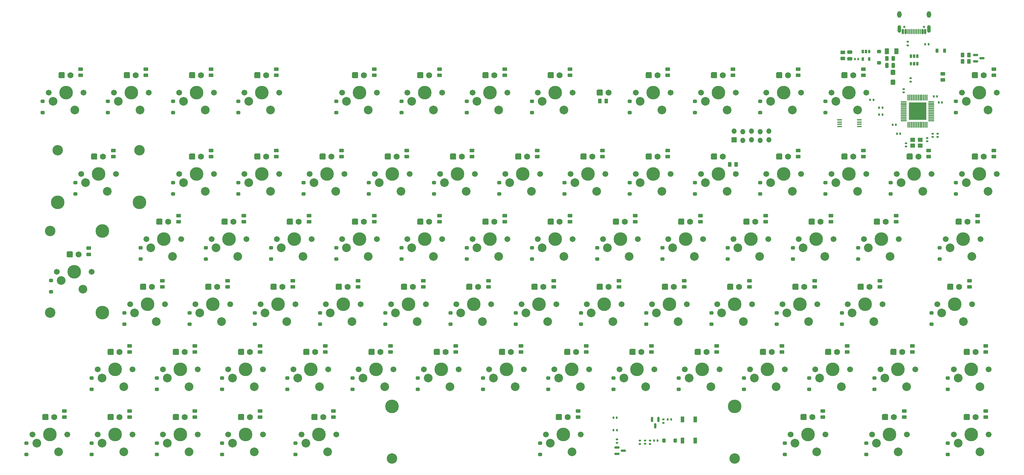
<source format=gbr>
%TF.GenerationSoftware,KiCad,Pcbnew,(6.0.2)*%
%TF.CreationDate,2022-03-05T21:23:45-03:00*%
%TF.ProjectId,BareDevRev2,42617265-4465-4765-9265-76322e6b6963,V1.1.0*%
%TF.SameCoordinates,Original*%
%TF.FileFunction,Soldermask,Top*%
%TF.FilePolarity,Negative*%
%FSLAX46Y46*%
G04 Gerber Fmt 4.6, Leading zero omitted, Abs format (unit mm)*
G04 Created by KiCad (PCBNEW (6.0.2)) date 2022-03-05 21:23:45*
%MOMM*%
%LPD*%
G01*
G04 APERTURE LIST*
G04 Aperture macros list*
%AMRoundRect*
0 Rectangle with rounded corners*
0 $1 Rounding radius*
0 $2 $3 $4 $5 $6 $7 $8 $9 X,Y pos of 4 corners*
0 Add a 4 corners polygon primitive as box body*
4,1,4,$2,$3,$4,$5,$6,$7,$8,$9,$2,$3,0*
0 Add four circle primitives for the rounded corners*
1,1,$1+$1,$2,$3*
1,1,$1+$1,$4,$5*
1,1,$1+$1,$6,$7*
1,1,$1+$1,$8,$9*
0 Add four rect primitives between the rounded corners*
20,1,$1+$1,$2,$3,$4,$5,0*
20,1,$1+$1,$4,$5,$6,$7,0*
20,1,$1+$1,$6,$7,$8,$9,0*
20,1,$1+$1,$8,$9,$2,$3,0*%
G04 Aperture macros list end*
%ADD10C,0.120000*%
%ADD11RoundRect,0.250000X0.350000X-0.250000X0.350000X0.250000X-0.350000X0.250000X-0.350000X-0.250000X0*%
%ADD12C,1.701800*%
%ADD13C,3.987800*%
%ADD14C,2.540000*%
%ADD15RoundRect,0.200000X-0.537500X0.000000X0.537500X0.000000X0.537500X0.000000X-0.537500X0.000000X0*%
%ADD16R,1.475000X0.400000*%
%ADD17C,1.778000*%
%ADD18RoundRect,0.177800X0.711200X0.711200X-0.711200X0.711200X-0.711200X-0.711200X0.711200X-0.711200X0*%
%ADD19RoundRect,0.250000X-0.450000X0.262500X-0.450000X-0.262500X0.450000X-0.262500X0.450000X0.262500X0*%
%ADD20RoundRect,0.135000X0.185000X-0.135000X0.185000X0.135000X-0.185000X0.135000X-0.185000X-0.135000X0*%
%ADD21RoundRect,0.140000X-0.170000X0.140000X-0.170000X-0.140000X0.170000X-0.140000X0.170000X0.140000X0*%
%ADD22C,3.048000*%
%ADD23RoundRect,0.250000X-0.262500X-0.450000X0.262500X-0.450000X0.262500X0.450000X-0.262500X0.450000X0*%
%ADD24RoundRect,0.140000X0.140000X0.170000X-0.140000X0.170000X-0.140000X-0.170000X0.140000X-0.170000X0*%
%ADD25RoundRect,0.150000X-0.150000X0.587500X-0.150000X-0.587500X0.150000X-0.587500X0.150000X0.587500X0*%
%ADD26RoundRect,0.150000X0.000000X-0.750000X0.000000X0.750000X0.000000X0.750000X0.000000X-0.750000X0*%
%ADD27R,0.300000X1.800000*%
%ADD28R,1.800000X0.300000*%
%ADD29C,0.600000*%
%ADD30R,5.200000X5.200000*%
%ADD31R,1.100000X1.800000*%
%ADD32RoundRect,0.250000X-0.250000X-0.350000X0.250000X-0.350000X0.250000X0.350000X-0.250000X0.350000X0*%
%ADD33RoundRect,0.135000X-0.135000X-0.185000X0.135000X-0.185000X0.135000X0.185000X-0.135000X0.185000X0*%
%ADD34RoundRect,0.135000X-0.185000X0.135000X-0.185000X-0.135000X0.185000X-0.135000X0.185000X0.135000X0*%
%ADD35RoundRect,0.250000X0.262500X0.450000X-0.262500X0.450000X-0.262500X-0.450000X0.262500X-0.450000X0*%
%ADD36RoundRect,0.250000X0.475000X-0.250000X0.475000X0.250000X-0.475000X0.250000X-0.475000X-0.250000X0*%
%ADD37R,1.524000X1.524000*%
%ADD38O,1.524000X1.524000*%
%ADD39RoundRect,0.325000X0.000000X-0.205000X0.000000X0.205000X0.000000X0.205000X0.000000X-0.205000X0*%
%ADD40R,0.650000X1.060000*%
%ADD41RoundRect,0.135000X0.135000X0.185000X-0.135000X0.185000X-0.135000X-0.185000X0.135000X-0.185000X0*%
%ADD42RoundRect,0.150000X-0.587500X-0.150000X0.587500X-0.150000X0.587500X0.150000X-0.587500X0.150000X0*%
%ADD43RoundRect,0.250000X0.425000X-0.537500X0.425000X0.537500X-0.425000X0.537500X-0.425000X-0.537500X0*%
%ADD44RoundRect,0.325000X0.000000X0.205000X0.000000X-0.205000X0.000000X-0.205000X0.000000X0.205000X0*%
%ADD45RoundRect,0.250000X0.450000X-0.262500X0.450000X0.262500X-0.450000X0.262500X-0.450000X-0.262500X0*%
%ADD46RoundRect,0.218750X0.218750X0.381250X-0.218750X0.381250X-0.218750X-0.381250X0.218750X-0.381250X0*%
%ADD47C,0.650000*%
%ADD48RoundRect,0.150000X0.150000X0.575000X-0.150000X0.575000X-0.150000X-0.575000X0.150000X-0.575000X0*%
%ADD49RoundRect,0.075000X0.075000X0.650000X-0.075000X0.650000X-0.075000X-0.650000X0.075000X-0.650000X0*%
%ADD50O,1.100000X2.200000*%
%ADD51O,1.300000X1.900000*%
%ADD52R,1.400000X1.200000*%
%ADD53RoundRect,0.250000X-0.250000X-0.475000X0.250000X-0.475000X0.250000X0.475000X-0.250000X0.475000X0*%
%ADD54RoundRect,0.250000X-0.350000X0.250000X-0.350000X-0.250000X0.350000X-0.250000X0.350000X0.250000X0*%
%ADD55RoundRect,0.250000X-0.375000X-0.625000X0.375000X-0.625000X0.375000X0.625000X-0.375000X0.625000X0*%
%ADD56RoundRect,0.140000X-0.140000X-0.170000X0.140000X-0.170000X0.140000X0.170000X-0.140000X0.170000X0*%
G04 APERTURE END LIST*
D10*
%TO.C,K_106*%
X183371512Y-52065000D02*
G75*
G03*
X183371512Y-52065000I-508000J0D01*
G01*
%TO.C,K_156*%
X283384012Y-133027500D02*
G75*
G03*
X283384012Y-133027500I-508000J0D01*
G01*
%TO.C,K_110*%
X97646512Y-52065000D02*
G75*
G03*
X97646512Y-52065000I-508000J0D01*
G01*
%TO.C,K_102*%
X269096512Y-52065000D02*
G75*
G03*
X269096512Y-52065000I-508000J0D01*
G01*
%TO.C,K_154*%
X64309012Y-113977500D02*
G75*
G03*
X64309012Y-113977500I-508000J0D01*
G01*
%TO.C,K_144*%
X254809012Y-113977500D02*
G75*
G03*
X254809012Y-113977500I-508000J0D01*
G01*
%TO.C,K_149*%
X159559012Y-113977500D02*
G75*
G03*
X159559012Y-113977500I-508000J0D01*
G01*
%TO.C,K_147*%
X197659012Y-113977500D02*
G75*
G03*
X197659012Y-113977500I-508000J0D01*
G01*
%TO.C,K_150*%
X140509012Y-113977500D02*
G75*
G03*
X140509012Y-113977500I-508000J0D01*
G01*
%TO.C,K_115*%
X288146512Y-75877500D02*
G75*
G03*
X288146512Y-75877500I-508000J0D01*
G01*
%TO.C,K_117*%
X250046512Y-75877500D02*
G75*
G03*
X250046512Y-75877500I-508000J0D01*
G01*
%TO.C,K_112*%
X59546512Y-52065000D02*
G75*
G03*
X59546512Y-52065000I-508000J0D01*
G01*
%TO.C,K_177*%
X35734012Y-152077500D02*
G75*
G03*
X35734012Y-152077500I-508000J0D01*
G01*
%TO.C,K_125*%
X97646512Y-75877500D02*
G75*
G03*
X97646512Y-75877500I-508000J0D01*
G01*
%TO.C,K_116*%
X269096512Y-75877500D02*
G75*
G03*
X269096512Y-75877500I-508000J0D01*
G01*
%TO.C,K_160*%
X207184012Y-133027500D02*
G75*
G03*
X207184012Y-133027500I-508000J0D01*
G01*
%TO.C,K_138*%
X107171512Y-94927500D02*
G75*
G03*
X107171512Y-94927500I-508000J0D01*
G01*
%TO.C,K_152*%
X102409012Y-113977500D02*
G75*
G03*
X102409012Y-113977500I-508000J0D01*
G01*
%TO.C,K_168*%
X54784012Y-133027500D02*
G75*
G03*
X54784012Y-133027500I-508000J0D01*
G01*
%TO.C,K_158*%
X245284012Y-133027500D02*
G75*
G03*
X245284012Y-133027500I-508000J0D01*
G01*
%TO.C,K_161*%
X188134012Y-133027500D02*
G75*
G03*
X188134012Y-133027500I-508000J0D01*
G01*
%TO.C,K_137*%
X126221512Y-94927500D02*
G75*
G03*
X126221512Y-94927500I-508000J0D01*
G01*
%TO.C,K_175*%
X73834012Y-152077500D02*
G75*
G03*
X73834012Y-152077500I-508000J0D01*
G01*
%TO.C,K_126*%
X78596512Y-75877500D02*
G75*
G03*
X78596512Y-75877500I-508000J0D01*
G01*
%TO.C,K_142*%
X306402762Y-116517500D02*
G75*
G03*
X306402762Y-116517500I-508000J0D01*
G01*
%TO.C,K_143*%
X273859012Y-113977500D02*
G75*
G03*
X273859012Y-113977500I-508000J0D01*
G01*
%TO.C,K_101*%
X307196512Y-52065000D02*
G75*
G03*
X307196512Y-52065000I-508000J0D01*
G01*
%TO.C,K_130*%
X259571512Y-94927500D02*
G75*
G03*
X259571512Y-94927500I-508000J0D01*
G01*
%TO.C,K_159*%
X226234012Y-133027500D02*
G75*
G03*
X226234012Y-133027500I-508000J0D01*
G01*
%TO.C,K_131*%
X240521512Y-94927500D02*
G75*
G03*
X240521512Y-94927500I-508000J0D01*
G01*
%TO.C,K_135*%
X164321512Y-94927500D02*
G75*
G03*
X164321512Y-94927500I-508000J0D01*
G01*
%TO.C,K_109*%
X126221512Y-52065000D02*
G75*
G03*
X126221512Y-52065000I-508000J0D01*
G01*
%TO.C,K_108*%
X145271512Y-52065000D02*
G75*
G03*
X145271512Y-52065000I-508000J0D01*
G01*
%TO.C,K_132*%
X221471512Y-94927500D02*
G75*
G03*
X221471512Y-94927500I-508000J0D01*
G01*
%TO.C,K_107*%
X164321512Y-52065000D02*
G75*
G03*
X164321512Y-52065000I-508000J0D01*
G01*
%TO.C,K_140*%
X69071512Y-94927500D02*
G75*
G03*
X69071512Y-94927500I-508000J0D01*
G01*
%TO.C,K_123*%
X135746512Y-75877500D02*
G75*
G03*
X135746512Y-75877500I-508000J0D01*
G01*
%TO.C,K_148*%
X178609012Y-113977500D02*
G75*
G03*
X178609012Y-113977500I-508000J0D01*
G01*
%TO.C,K_124*%
X116696512Y-75877500D02*
G75*
G03*
X116696512Y-75877500I-508000J0D01*
G01*
%TO.C,K_166*%
X92884012Y-133027500D02*
G75*
G03*
X92884012Y-133027500I-508000J0D01*
G01*
%TO.C,K_167*%
X73834012Y-133027500D02*
G75*
G03*
X73834012Y-133027500I-508000J0D01*
G01*
%TO.C,K_103*%
X250051512Y-52065000D02*
G75*
G03*
X250051512Y-52065000I-508000J0D01*
G01*
%TO.C,K_129*%
X278621512Y-94927500D02*
G75*
G03*
X278621512Y-94927500I-508000J0D01*
G01*
%TO.C,K_165*%
X111934012Y-133027500D02*
G75*
G03*
X111934012Y-133027500I-508000J0D01*
G01*
%TO.C,K_151*%
X121459012Y-113977500D02*
G75*
G03*
X121459012Y-113977500I-508000J0D01*
G01*
%TO.C,K_139*%
X88121512Y-94927500D02*
G75*
G03*
X88121512Y-94927500I-508000J0D01*
G01*
%TO.C,K_119*%
X211946512Y-75877500D02*
G75*
G03*
X211946512Y-75877500I-508000J0D01*
G01*
%TO.C,K_114*%
X307196512Y-75877500D02*
G75*
G03*
X307196512Y-75877500I-508000J0D01*
G01*
%TO.C,K_157*%
X264334012Y-133027500D02*
G75*
G03*
X264334012Y-133027500I-508000J0D01*
G01*
%TO.C,K_113*%
X40496512Y-52065000D02*
G75*
G03*
X40496512Y-52065000I-508000J0D01*
G01*
%TO.C,K_164*%
X130984012Y-133027500D02*
G75*
G03*
X130984012Y-133027500I-508000J0D01*
G01*
%TO.C,K_153*%
X83359012Y-113977500D02*
G75*
G03*
X83359012Y-113977500I-508000J0D01*
G01*
%TO.C,K_118*%
X230996512Y-75877500D02*
G75*
G03*
X230996512Y-75877500I-508000J0D01*
G01*
%TO.C,K_145*%
X235759012Y-113977500D02*
G75*
G03*
X235759012Y-113977500I-508000J0D01*
G01*
%TO.C,K_120*%
X192896512Y-75877500D02*
G75*
G03*
X192896512Y-75877500I-508000J0D01*
G01*
%TO.C,K_121*%
X173846512Y-75877500D02*
G75*
G03*
X173846512Y-75877500I-508000J0D01*
G01*
%TO.C,K_104*%
X230996512Y-52065000D02*
G75*
G03*
X230996512Y-52065000I-508000J0D01*
G01*
%TO.C,K_162*%
X169084012Y-133027500D02*
G75*
G03*
X169084012Y-133027500I-508000J0D01*
G01*
%TO.C,K_146*%
X216709012Y-113977500D02*
G75*
G03*
X216709012Y-113977500I-508000J0D01*
G01*
%TO.C,K_134*%
X183371512Y-94927500D02*
G75*
G03*
X183371512Y-94927500I-508000J0D01*
G01*
%TO.C,K_163*%
X150034012Y-133027500D02*
G75*
G03*
X150034012Y-133027500I-508000J0D01*
G01*
%TO.C,K_136*%
X145271512Y-94927500D02*
G75*
G03*
X145271512Y-94927500I-508000J0D01*
G01*
%TO.C,K_111*%
X78596512Y-52065000D02*
G75*
G03*
X78596512Y-52065000I-508000J0D01*
G01*
%TO.C,K_174*%
X92884012Y-152077500D02*
G75*
G03*
X92884012Y-152077500I-508000J0D01*
G01*
%TO.C,K_133*%
X202421512Y-94927500D02*
G75*
G03*
X202421512Y-94927500I-508000J0D01*
G01*
%TO.C,K_176*%
X54784012Y-152077500D02*
G75*
G03*
X54784012Y-152077500I-508000J0D01*
G01*
%TO.C,K_105*%
X211946512Y-52065000D02*
G75*
G03*
X211946512Y-52065000I-508000J0D01*
G01*
%TO.C,K_122*%
X154796512Y-75877500D02*
G75*
G03*
X154796512Y-75877500I-508000J0D01*
G01*
%TD*%
D11*
%TO.C,D_162*%
X165576012Y-136327500D03*
X165576012Y-133027500D03*
%TD*%
D12*
%TO.C,K_106*%
X191753512Y-49525000D03*
X181593512Y-49525000D03*
D13*
X186673512Y-49525000D03*
D14*
X189213512Y-54605000D03*
X182863512Y-52065000D03*
%TD*%
D15*
%TO.C,U1*%
X269731947Y-57456502D03*
D16*
X269731947Y-58106502D03*
X269731947Y-58756502D03*
X269731947Y-59406502D03*
X275456947Y-59406502D03*
X275456947Y-58756502D03*
X275456947Y-58106502D03*
X275456947Y-57456502D03*
%TD*%
D12*
%TO.C,K_156*%
X281606012Y-130487500D03*
D13*
X286686012Y-130487500D03*
D12*
X291766012Y-130487500D03*
D14*
X289226012Y-135567500D03*
X282876012Y-133027500D03*
%TD*%
D11*
%TO.C,D_148*%
X175101012Y-117277500D03*
X175101012Y-113977500D03*
%TD*%
D13*
%TO.C,K_110*%
X100948512Y-49525000D03*
D12*
X106028512Y-49525000D03*
X95868512Y-49525000D03*
D14*
X103488512Y-54605000D03*
X97138512Y-52065000D03*
%TD*%
D11*
%TO.C,D_130*%
X256063512Y-98227500D03*
X256063512Y-94927500D03*
%TD*%
D12*
%TO.C,K_102*%
X277478512Y-49525000D03*
D13*
X272398512Y-49525000D03*
D12*
X267318512Y-49525000D03*
D14*
X274938512Y-54605000D03*
X268588512Y-52065000D03*
%TD*%
D17*
%TO.C,LED139*%
X92693512Y-87307500D03*
D18*
X90153512Y-87307500D03*
%TD*%
D12*
%TO.C,K_154*%
X72691012Y-111437500D03*
X62531012Y-111437500D03*
D13*
X67611012Y-111437500D03*
D14*
X70151012Y-116517500D03*
X63801012Y-113977500D03*
%TD*%
D13*
%TO.C,K_144*%
X258111012Y-111437500D03*
D12*
X263191012Y-111437500D03*
X253031012Y-111437500D03*
D14*
X260651012Y-116517500D03*
X254301012Y-113977500D03*
%TD*%
D17*
%TO.C,LED127*%
X54593512Y-68257500D03*
D18*
X52053512Y-68257500D03*
%TD*%
D13*
%TO.C,K_149*%
X162861012Y-111437500D03*
D12*
X167941012Y-111437500D03*
X157781012Y-111437500D03*
D14*
X165401012Y-116517500D03*
X159051012Y-113977500D03*
%TD*%
D17*
%TO.C,LED114*%
X311768512Y-68257500D03*
D18*
X309228512Y-68257500D03*
%TD*%
D17*
%TO.C,LED152*%
X106981012Y-106357500D03*
D18*
X104441012Y-106357500D03*
%TD*%
D19*
%TO.C,R148*%
X186181012Y-104533000D03*
X186181012Y-106358000D03*
%TD*%
D17*
%TO.C,LED154*%
X68881012Y-106357500D03*
D18*
X66341012Y-106357500D03*
%TD*%
D20*
%TO.C,R303*%
X211401862Y-152283208D03*
X211401862Y-151263208D03*
%TD*%
D17*
%TO.C,LED126*%
X83168512Y-68257500D03*
D18*
X80628512Y-68257500D03*
%TD*%
D12*
%TO.C,K_155*%
X303037262Y-130487500D03*
D13*
X308117262Y-130487500D03*
D12*
X313197262Y-130487500D03*
D14*
X310657262Y-135567500D03*
X304307262Y-133027500D03*
%TD*%
D12*
%TO.C,K_147*%
X195881012Y-111437500D03*
X206041012Y-111437500D03*
D13*
X200961012Y-111437500D03*
D14*
X203501012Y-116517500D03*
X197151012Y-113977500D03*
%TD*%
D12*
%TO.C,K_150*%
X138731012Y-111437500D03*
X148891012Y-111437500D03*
D13*
X143811012Y-111437500D03*
D14*
X146351012Y-116517500D03*
X140001012Y-113977500D03*
%TD*%
D19*
%TO.C,R165*%
X119506012Y-123583000D03*
X119506012Y-125408000D03*
%TD*%
%TO.C,R108*%
X152843512Y-42620500D03*
X152843512Y-44445500D03*
%TD*%
D21*
%TO.C,C9*%
X289048512Y-64306116D03*
X289048512Y-65266116D03*
%TD*%
D19*
%TO.C,R166*%
X100456012Y-123583000D03*
X100456012Y-125408000D03*
%TD*%
D17*
%TO.C,LED156*%
X287956012Y-125407500D03*
D18*
X285416012Y-125407500D03*
%TD*%
D11*
%TO.C,D_171*%
X253682262Y-155377500D03*
X253682262Y-152077500D03*
%TD*%
D13*
%TO.C,K_115*%
X291448512Y-73337500D03*
D12*
X286368512Y-73337500D03*
X296528512Y-73337500D03*
D14*
X293988512Y-78417500D03*
X287638512Y-75877500D03*
%TD*%
D12*
%TO.C,K_117*%
X258428512Y-73337500D03*
D13*
X253348512Y-73337500D03*
D12*
X248268512Y-73337500D03*
D14*
X255888512Y-78417500D03*
X249538512Y-75877500D03*
%TD*%
D19*
%TO.C,R107*%
X171893512Y-42620500D03*
X171893512Y-44445500D03*
%TD*%
%TO.C,R110*%
X105218512Y-42620500D03*
X105218512Y-44445500D03*
%TD*%
D11*
%TO.C,D_114*%
X303688512Y-79177500D03*
X303688512Y-75877500D03*
%TD*%
D17*
%TO.C,LED117*%
X254618512Y-68257500D03*
D18*
X252078512Y-68257500D03*
%TD*%
D17*
%TO.C,LED150*%
X145081012Y-106357500D03*
D18*
X142541012Y-106357500D03*
%TD*%
D12*
%TO.C,K_173*%
X122697262Y-149537500D03*
D13*
X117617262Y-149537500D03*
D12*
X112537262Y-149537500D03*
D14*
X120157262Y-154617500D03*
X113807262Y-152077500D03*
%TD*%
D12*
%TO.C,K_127*%
X58403512Y-73337500D03*
D13*
X65261512Y-81592500D03*
X53323512Y-73337500D03*
D12*
X48243512Y-73337500D03*
D13*
X41385512Y-81592500D03*
D22*
X41385512Y-66352500D03*
X65261512Y-66352500D03*
D14*
X55863512Y-78417500D03*
X49513512Y-75877500D03*
%TD*%
D11*
%TO.C,D_116*%
X265588512Y-79177500D03*
X265588512Y-75877500D03*
%TD*%
D23*
%TO.C,R7*%
X199691012Y-51992200D03*
X201516012Y-51992200D03*
%TD*%
D19*
%TO.C,R157*%
X271906012Y-123583000D03*
X271906012Y-125408000D03*
%TD*%
D24*
%TO.C,C11*%
X299578540Y-52386117D03*
X298618540Y-52386117D03*
%TD*%
D12*
%TO.C,K_112*%
X57768512Y-49525000D03*
D13*
X62848512Y-49525000D03*
D12*
X67928512Y-49525000D03*
D14*
X65388512Y-54605000D03*
X59038512Y-52065000D03*
%TD*%
D17*
%TO.C,LED155*%
X309387262Y-125407500D03*
D18*
X306847262Y-125407500D03*
%TD*%
D17*
%TO.C,LED118*%
X235568512Y-68257500D03*
D18*
X233028512Y-68257500D03*
%TD*%
D11*
%TO.C,D_177*%
X32226012Y-155377500D03*
X32226012Y-152077500D03*
%TD*%
D24*
%TO.C,C1*%
X279578540Y-51586117D03*
X278618540Y-51586117D03*
%TD*%
D19*
%TO.C,R126*%
X86168512Y-66433000D03*
X86168512Y-68258000D03*
%TD*%
D17*
%TO.C,LED122*%
X159368512Y-68257500D03*
D18*
X156828512Y-68257500D03*
%TD*%
D17*
%TO.C,LED104*%
X235568512Y-44445000D03*
D18*
X233028512Y-44445000D03*
%TD*%
D17*
%TO.C,LED167*%
X78406012Y-125407500D03*
D18*
X75866012Y-125407500D03*
%TD*%
D20*
%TO.C,R307*%
X218249376Y-146113208D03*
X218249376Y-145093208D03*
%TD*%
D11*
%TO.C,D_142*%
X296544762Y-117277500D03*
X296544762Y-113977500D03*
%TD*%
D25*
%TO.C,Q302*%
X216815896Y-145093208D03*
X214915896Y-145093208D03*
X215865896Y-146968208D03*
%TD*%
D17*
%TO.C,LED115*%
X292718512Y-68257500D03*
D18*
X290178512Y-68257500D03*
%TD*%
D26*
%TO.C,U2*%
X289698512Y-58936116D03*
D27*
X290198512Y-58936116D03*
X290698512Y-58936116D03*
X291198512Y-58936116D03*
X291698512Y-58936116D03*
X292198512Y-58936116D03*
X292698512Y-58936116D03*
X293198512Y-58936116D03*
X293698512Y-58936116D03*
X294198512Y-58936116D03*
X294698512Y-58936116D03*
X295198512Y-58936116D03*
D28*
X296448512Y-57686116D03*
X296448512Y-57186116D03*
X296448512Y-56686116D03*
X296448512Y-56186116D03*
X296448512Y-55686116D03*
X296448512Y-55186116D03*
X296448512Y-54686116D03*
X296448512Y-54186116D03*
X296448512Y-53686116D03*
X296448512Y-53186116D03*
X296448512Y-52686116D03*
X296448512Y-52186116D03*
D27*
X295198512Y-50936116D03*
X294698512Y-50936116D03*
X294198512Y-50936116D03*
X293698512Y-50936116D03*
X293198512Y-50936116D03*
X292698512Y-50936116D03*
X292198512Y-50936116D03*
X291698512Y-50936116D03*
X291198512Y-50936116D03*
X290698512Y-50936116D03*
X290198512Y-50936116D03*
X289698512Y-50936116D03*
D28*
X288448512Y-52186116D03*
X288448512Y-52686116D03*
X288448512Y-53186116D03*
X288448512Y-53686116D03*
X288448512Y-54186116D03*
X288448512Y-54686116D03*
X288448512Y-55186116D03*
X288448512Y-55686116D03*
X288448512Y-56186116D03*
X288448512Y-56686116D03*
X288448512Y-57186116D03*
D29*
X293448512Y-52936116D03*
X293448512Y-56936116D03*
X293448512Y-55936116D03*
X294448512Y-54936116D03*
X290448512Y-54936116D03*
X290448512Y-56936116D03*
X291448512Y-54936116D03*
X290448512Y-52936116D03*
X294448512Y-55936116D03*
X291448512Y-56936116D03*
X291448512Y-52936116D03*
X291448512Y-55936116D03*
X290448512Y-53936116D03*
X291448512Y-53936116D03*
X292448512Y-53936116D03*
X292448512Y-52936116D03*
X293448512Y-53936116D03*
X294448512Y-56936116D03*
X294448512Y-52936116D03*
X293448512Y-54936116D03*
X292448512Y-54936116D03*
X292448512Y-56936116D03*
X290448512Y-55936116D03*
X292448512Y-55936116D03*
X294448512Y-53936116D03*
D28*
X288448512Y-57686116D03*
D30*
X292448512Y-54936116D03*
%TD*%
D19*
%TO.C,R109*%
X133793512Y-42620500D03*
X133793512Y-44445500D03*
%TD*%
D11*
%TO.C,D_118*%
X227488512Y-79177500D03*
X227488512Y-75877500D03*
%TD*%
D21*
%TO.C,C301*%
X212908809Y-151293208D03*
X212908809Y-152253208D03*
%TD*%
D31*
%TO.C,SW301*%
X227508497Y-145093208D03*
X227508497Y-151293208D03*
X223808497Y-151293208D03*
X223808497Y-145093208D03*
%TD*%
D19*
%TO.C,R103*%
X257623512Y-42620500D03*
X257623512Y-44445500D03*
%TD*%
D17*
%TO.C,LED166*%
X97456012Y-125407500D03*
D18*
X94916012Y-125407500D03*
%TD*%
D12*
%TO.C,K_177*%
X33956012Y-149537500D03*
X44116012Y-149537500D03*
D13*
X39036012Y-149537500D03*
D14*
X41576012Y-154617500D03*
X35226012Y-152077500D03*
%TD*%
D17*
%TO.C,LED148*%
X183181012Y-106357500D03*
D18*
X180641012Y-106357500D03*
%TD*%
D32*
%TO.C,D301*%
X218363968Y-151293208D03*
X221663968Y-151293208D03*
%TD*%
D19*
%TO.C,R101*%
X314767882Y-42620440D03*
X314767882Y-44445440D03*
%TD*%
D17*
%TO.C,LED138*%
X111743512Y-87307500D03*
D18*
X109203512Y-87307500D03*
%TD*%
D19*
%TO.C,R177*%
X43306012Y-142633000D03*
X43306012Y-144458000D03*
%TD*%
D11*
%TO.C,D_123*%
X132238512Y-79177500D03*
X132238512Y-75877500D03*
%TD*%
D17*
%TO.C,LED162*%
X173656012Y-125407500D03*
D18*
X171116012Y-125407500D03*
%TD*%
D17*
%TO.C,LED106*%
X187943512Y-44445000D03*
D18*
X185403512Y-44445000D03*
%TD*%
D17*
%TO.C,LED163*%
X154606012Y-125407500D03*
D18*
X152066012Y-125407500D03*
%TD*%
D17*
%TO.C,LED105*%
X216518512Y-44445000D03*
D18*
X213978512Y-44445000D03*
%TD*%
D11*
%TO.C,D_176*%
X51276012Y-155377500D03*
X51276012Y-152077500D03*
%TD*%
D33*
%TO.C,R301*%
X215529789Y-151293208D03*
X216549789Y-151293208D03*
%TD*%
D19*
%TO.C,R129*%
X286193512Y-85483000D03*
X286193512Y-87308000D03*
%TD*%
D11*
%TO.C,D_121*%
X170338512Y-79177500D03*
X170338512Y-75877500D03*
%TD*%
D13*
%TO.C,K_125*%
X100948512Y-73337500D03*
D12*
X106028512Y-73337500D03*
X95868512Y-73337500D03*
D14*
X103488512Y-78417500D03*
X97138512Y-75877500D03*
%TD*%
D19*
%TO.C,R143*%
X281431012Y-104533000D03*
X281431012Y-106358000D03*
%TD*%
D34*
%TO.C,R304*%
X204647665Y-150920578D03*
X204647665Y-151940578D03*
%TD*%
D35*
%TO.C,R118*%
X239465015Y-70549248D03*
X237640015Y-70549248D03*
%TD*%
D17*
%TO.C,LED158*%
X249856012Y-125407500D03*
D18*
X247316012Y-125407500D03*
%TD*%
D12*
%TO.C,K_116*%
X267318512Y-73337500D03*
X277478512Y-73337500D03*
D13*
X272398512Y-73337500D03*
D14*
X274938512Y-78417500D03*
X268588512Y-75877500D03*
%TD*%
D12*
%TO.C,K_160*%
X205406012Y-130487500D03*
X215566012Y-130487500D03*
D13*
X210486012Y-130487500D03*
D14*
X213026012Y-135567500D03*
X206676012Y-133027500D03*
%TD*%
D19*
%TO.C,R164*%
X138556012Y-123583000D03*
X138556012Y-125408000D03*
%TD*%
D17*
%TO.C,LED112*%
X64118512Y-44445000D03*
D18*
X61578512Y-44445000D03*
%TD*%
D17*
%TO.C,LED168*%
X59356012Y-125407500D03*
D18*
X56816012Y-125407500D03*
%TD*%
D17*
%TO.C,LED109*%
X130793512Y-44445000D03*
D18*
X128253512Y-44445000D03*
%TD*%
D11*
%TO.C,D_161*%
X184626012Y-136327500D03*
X184626012Y-133027500D03*
%TD*%
D36*
%TO.C,C202*%
X272665127Y-39565008D03*
X272665127Y-37665008D03*
%TD*%
D13*
%TO.C,K_138*%
X110473512Y-92387500D03*
D12*
X105393512Y-92387500D03*
X115553512Y-92387500D03*
D14*
X113013512Y-97467500D03*
X106663512Y-94927500D03*
%TD*%
D11*
%TO.C,D_117*%
X246538512Y-79177500D03*
X246538512Y-75877500D03*
%TD*%
%TO.C,D_111*%
X75088512Y-55365000D03*
X75088512Y-52065000D03*
%TD*%
D19*
%TO.C,R128*%
X310006012Y-85483000D03*
X310006012Y-87308000D03*
%TD*%
D11*
%TO.C,D_105*%
X208438512Y-55365000D03*
X208438512Y-52065000D03*
%TD*%
%TO.C,D_160*%
X203676012Y-136327500D03*
X203676012Y-133027500D03*
%TD*%
D23*
%TO.C,R6*%
X305624932Y-40371183D03*
X307449932Y-40371183D03*
%TD*%
D11*
%TO.C,D_154*%
X60801012Y-117277500D03*
X60801012Y-113977500D03*
%TD*%
D17*
%TO.C,LED177*%
X40306012Y-144457500D03*
D18*
X37766012Y-144457500D03*
%TD*%
D19*
%TO.C,R172*%
X193324762Y-142633000D03*
X193324762Y-144458000D03*
%TD*%
%TO.C,R170*%
X288574762Y-142633000D03*
X288574762Y-144458000D03*
%TD*%
D17*
%TO.C,LED147*%
X202231012Y-106357500D03*
D18*
X199691012Y-106357500D03*
%TD*%
D12*
%TO.C,K_152*%
X100631012Y-111437500D03*
D13*
X105711012Y-111437500D03*
D12*
X110791012Y-111437500D03*
D14*
X108251012Y-116517500D03*
X101901012Y-113977500D03*
%TD*%
D19*
%TO.C,R173*%
X121887262Y-142633000D03*
X121887262Y-144458000D03*
%TD*%
D11*
%TO.C,D_147*%
X194151012Y-117277500D03*
X194151012Y-113977500D03*
%TD*%
D17*
%TO.C,LED144*%
X259381012Y-106357500D03*
D18*
X256841012Y-106357500D03*
%TD*%
D11*
%TO.C,D_159*%
X222726012Y-136327500D03*
X222726012Y-133027500D03*
%TD*%
D37*
%TO.C,X1*%
X238917270Y-63348639D03*
D38*
X238917270Y-60808639D03*
X241457270Y-63475639D03*
X241457270Y-60935639D03*
X243997270Y-63348639D03*
X243997270Y-60808639D03*
X246537270Y-63475639D03*
X246537270Y-60935639D03*
X249077270Y-63348639D03*
X249077270Y-60808639D03*
%TD*%
D11*
%TO.C,D_144*%
X251301012Y-117277500D03*
X251301012Y-113977500D03*
%TD*%
D19*
%TO.C,R149*%
X167131012Y-104533000D03*
X167131012Y-106358000D03*
%TD*%
D17*
%TO.C,LED1*%
X202231012Y-49525000D03*
D18*
X199691012Y-49525000D03*
%TD*%
D11*
%TO.C,D_113*%
X36988512Y-55365000D03*
X36988512Y-52065000D03*
%TD*%
D13*
%TO.C,K_168*%
X58086012Y-130487500D03*
D12*
X53006012Y-130487500D03*
X63166012Y-130487500D03*
D14*
X60626012Y-135567500D03*
X54276012Y-133027500D03*
%TD*%
D17*
%TO.C,LED140*%
X73643512Y-87307500D03*
D18*
X71103512Y-87307500D03*
%TD*%
D17*
%TO.C,LED157*%
X268906012Y-125407500D03*
D18*
X266366012Y-125407500D03*
%TD*%
D12*
%TO.C,K_158*%
X253666012Y-130487500D03*
X243506012Y-130487500D03*
D13*
X248586012Y-130487500D03*
D14*
X251126012Y-135567500D03*
X244776012Y-133027500D03*
%TD*%
D11*
%TO.C,D_110*%
X94138512Y-55365000D03*
X94138512Y-52065000D03*
%TD*%
D12*
%TO.C,K_161*%
X196516012Y-130487500D03*
D13*
X191436012Y-130487500D03*
D12*
X186356012Y-130487500D03*
D14*
X193976012Y-135567500D03*
X187626012Y-133027500D03*
%TD*%
D19*
%TO.C,R145*%
X243331012Y-104533000D03*
X243331012Y-106358000D03*
%TD*%
D17*
%TO.C,LED136*%
X149843512Y-87307500D03*
D18*
X147303512Y-87307500D03*
%TD*%
D13*
%TO.C,K_137*%
X129523512Y-92387500D03*
D12*
X124443512Y-92387500D03*
X134603512Y-92387500D03*
D14*
X132063512Y-97467500D03*
X125713512Y-94927500D03*
%TD*%
D11*
%TO.C,D_155*%
X301307262Y-136327500D03*
X301307262Y-133027500D03*
%TD*%
D34*
%TO.C,R402*%
X289625942Y-34649124D03*
X289625942Y-35669124D03*
%TD*%
D12*
%TO.C,K_175*%
X72056012Y-149537500D03*
X82216012Y-149537500D03*
D13*
X77136012Y-149537500D03*
D14*
X79676012Y-154617500D03*
X73326012Y-152077500D03*
%TD*%
D17*
%TO.C,LED171*%
X261762262Y-144457500D03*
D18*
X259222262Y-144457500D03*
%TD*%
D39*
%TO.C,U3*%
X290498512Y-41008119D03*
D40*
X291448512Y-41008119D03*
X292398512Y-41008119D03*
X292398512Y-38808119D03*
X291448512Y-38808119D03*
X290498512Y-38808119D03*
%TD*%
D11*
%TO.C,D_109*%
X122713512Y-55365000D03*
X122713512Y-52065000D03*
%TD*%
D17*
%TO.C,LED142*%
X304624762Y-106357500D03*
D18*
X302084762Y-106357500D03*
%TD*%
D41*
%TO.C,R401*%
X295687099Y-35401633D03*
X294667099Y-35401633D03*
%TD*%
D17*
%TO.C,LED161*%
X192706012Y-125407500D03*
D18*
X190166012Y-125407500D03*
%TD*%
D12*
%TO.C,K_126*%
X86978512Y-73337500D03*
X76818512Y-73337500D03*
D13*
X81898512Y-73337500D03*
D14*
X84438512Y-78417500D03*
X78088512Y-75877500D03*
%TD*%
D12*
%TO.C,K_142*%
X298274762Y-111437500D03*
D13*
X303354762Y-111437500D03*
D12*
X308434762Y-111437500D03*
D14*
X305894762Y-116517500D03*
X299544762Y-113977500D03*
%TD*%
D17*
%TO.C,LED165*%
X116506012Y-125407500D03*
D18*
X113966012Y-125407500D03*
%TD*%
D19*
%TO.C,R131*%
X248093512Y-85483000D03*
X248093512Y-87308000D03*
%TD*%
%TO.C,R135*%
X171893512Y-85483000D03*
X171893512Y-87308000D03*
%TD*%
D11*
%TO.C,D_122*%
X151288512Y-79177500D03*
X151288512Y-75877500D03*
%TD*%
D13*
%TO.C,K_143*%
X277161012Y-111437500D03*
D12*
X282241012Y-111437500D03*
X272081012Y-111437500D03*
D14*
X279701012Y-116517500D03*
X273351012Y-113977500D03*
%TD*%
D17*
%TO.C,LED103*%
X254623512Y-44445000D03*
D18*
X252083512Y-44445000D03*
%TD*%
D17*
%TO.C,LED110*%
X102218512Y-44445000D03*
D18*
X99678512Y-44445000D03*
%TD*%
D12*
%TO.C,K_101*%
X315578512Y-49525000D03*
X305418512Y-49525000D03*
D13*
X310498512Y-49525000D03*
D14*
X313038512Y-54605000D03*
X306688512Y-52065000D03*
%TD*%
D13*
%TO.C,K_130*%
X262873512Y-92387500D03*
D12*
X257793512Y-92387500D03*
X267953512Y-92387500D03*
D14*
X265413512Y-97467500D03*
X259063512Y-94927500D03*
%TD*%
D17*
%TO.C,LED172*%
X190324762Y-144457500D03*
D18*
X187784762Y-144457500D03*
%TD*%
D19*
%TO.C,R124*%
X124268512Y-66433000D03*
X124268512Y-68258000D03*
%TD*%
%TO.C,R175*%
X81406012Y-142633000D03*
X81406012Y-144458000D03*
%TD*%
D11*
%TO.C,D_132*%
X217963512Y-98227500D03*
X217963512Y-94927500D03*
%TD*%
D42*
%TO.C,Q1*%
X309424963Y-38471183D03*
X309424963Y-40371183D03*
X311299963Y-39421183D03*
%TD*%
D11*
%TO.C,D_133*%
X198913512Y-98227500D03*
X198913512Y-94927500D03*
%TD*%
D19*
%TO.C,R147*%
X205231012Y-104533000D03*
X205231012Y-106358000D03*
%TD*%
D13*
%TO.C,K_159*%
X229536012Y-130487500D03*
D12*
X224456012Y-130487500D03*
X234616012Y-130487500D03*
D14*
X232076012Y-135567500D03*
X225726012Y-133027500D03*
%TD*%
D12*
%TO.C,K_131*%
X248903512Y-92387500D03*
X238743512Y-92387500D03*
D13*
X243823512Y-92387500D03*
D14*
X246363512Y-97467500D03*
X240013512Y-94927500D03*
%TD*%
D12*
%TO.C,K_135*%
X172703512Y-92387500D03*
X162543512Y-92387500D03*
D13*
X167623512Y-92387500D03*
D14*
X170163512Y-97467500D03*
X163813512Y-94927500D03*
%TD*%
D24*
%TO.C,C10*%
X298158511Y-50586117D03*
X297198511Y-50586117D03*
%TD*%
D33*
%TO.C,R306*%
X219503968Y-145093208D03*
X220523968Y-145093208D03*
%TD*%
D12*
%TO.C,K_109*%
X124443512Y-49525000D03*
D13*
X129523512Y-49525000D03*
D12*
X134603512Y-49525000D03*
D14*
X132063512Y-54605000D03*
X125713512Y-52065000D03*
%TD*%
D24*
%TO.C,C2*%
X287428512Y-61536116D03*
X286468512Y-61536116D03*
%TD*%
D43*
%TO.C,C5*%
X285248512Y-46473616D03*
X285248512Y-43598616D03*
%TD*%
D19*
%TO.C,R122*%
X162368512Y-66433000D03*
X162368512Y-68258000D03*
%TD*%
D13*
%TO.C,K_108*%
X148573512Y-49525000D03*
D12*
X143493512Y-49525000D03*
X153653512Y-49525000D03*
D14*
X151113512Y-54605000D03*
X144763512Y-52065000D03*
%TD*%
D11*
%TO.C,D_173*%
X110807262Y-155377500D03*
X110807262Y-152077500D03*
%TD*%
%TO.C,D_163*%
X146526012Y-136327500D03*
X146526012Y-133027500D03*
%TD*%
D17*
%TO.C,LED101*%
X311768330Y-44445440D03*
D18*
X309228330Y-44445440D03*
%TD*%
D17*
%TO.C,LED120*%
X197468512Y-68257500D03*
D18*
X194928512Y-68257500D03*
%TD*%
D19*
%TO.C,R176*%
X62356012Y-142633000D03*
X62356012Y-144458000D03*
%TD*%
D23*
%TO.C,R201*%
X283504277Y-39533244D03*
X285329277Y-39533244D03*
%TD*%
D12*
%TO.C,K_132*%
X229853512Y-92387500D03*
D13*
X224773512Y-92387500D03*
D12*
X219693512Y-92387500D03*
D14*
X227313512Y-97467500D03*
X220963512Y-94927500D03*
%TD*%
D17*
%TO.C,LED134*%
X187943512Y-87307500D03*
D18*
X185403512Y-87307500D03*
%TD*%
D44*
%TO.C,U201*%
X278354268Y-37515008D03*
D40*
X277404268Y-37515008D03*
X276454268Y-37515008D03*
X276454268Y-39715008D03*
X278354268Y-39715008D03*
%TD*%
D19*
%TO.C,R119*%
X219518512Y-66433000D03*
X219518512Y-68258000D03*
%TD*%
D45*
%TO.C,R202*%
X270631768Y-39527508D03*
X270631768Y-37702508D03*
%TD*%
D11*
%TO.C,D_115*%
X284638512Y-79177500D03*
X284638512Y-75877500D03*
%TD*%
D17*
%TO.C,LED174*%
X97456012Y-144457500D03*
D18*
X94916012Y-144457500D03*
%TD*%
D46*
%TO.C,FB401*%
X300313969Y-37259910D03*
X298188969Y-37259910D03*
%TD*%
D12*
%TO.C,K_107*%
X162543512Y-49525000D03*
X172703512Y-49525000D03*
D13*
X167623512Y-49525000D03*
D14*
X170163512Y-54605000D03*
X163813512Y-52065000D03*
%TD*%
D19*
%TO.C,R104*%
X238568512Y-42620500D03*
X238568512Y-44445500D03*
%TD*%
D12*
%TO.C,K_171*%
X265572262Y-149537500D03*
D13*
X260492262Y-149537500D03*
D12*
X255412262Y-149537500D03*
D14*
X263032262Y-154617500D03*
X256682262Y-152077500D03*
%TD*%
D11*
%TO.C,D_166*%
X89376012Y-136327500D03*
X89376012Y-133027500D03*
%TD*%
D47*
%TO.C,J401*%
X288558512Y-30316354D03*
X294338512Y-30316354D03*
D48*
X294698512Y-31642354D03*
X293898512Y-31642354D03*
D49*
X292698512Y-31642354D03*
X291702512Y-31642354D03*
X291198512Y-31642354D03*
X290198512Y-31642354D03*
D48*
X288198512Y-31642354D03*
X288998512Y-31642354D03*
D49*
X289698512Y-31642354D03*
X290698512Y-31642354D03*
X292198512Y-31642354D03*
X293198512Y-31642354D03*
D50*
X295748512Y-30867354D03*
D51*
X295748512Y-26667354D03*
X287148512Y-26667354D03*
D50*
X287148512Y-30867354D03*
%TD*%
D19*
%TO.C,R163*%
X157606012Y-123583000D03*
X157606012Y-125408000D03*
%TD*%
D21*
%TO.C,C6*%
X298348512Y-61536116D03*
X298348512Y-62496116D03*
%TD*%
D19*
%TO.C,R174*%
X100456012Y-142633000D03*
X100456012Y-144458000D03*
%TD*%
%TO.C,R127*%
X57593512Y-66433000D03*
X57593512Y-68258000D03*
%TD*%
%TO.C,R111*%
X86168512Y-42620500D03*
X86168512Y-44445500D03*
%TD*%
D17*
%TO.C,LED176*%
X59356012Y-144457500D03*
D18*
X56816012Y-144457500D03*
%TD*%
D13*
%TO.C,K_140*%
X72373512Y-92387500D03*
D12*
X67293512Y-92387500D03*
X77453512Y-92387500D03*
D14*
X74913512Y-97467500D03*
X68563512Y-94927500D03*
%TD*%
D19*
%TO.C,R133*%
X209993512Y-85483000D03*
X209993512Y-87308000D03*
%TD*%
%TO.C,R169*%
X312387262Y-142633000D03*
X312387262Y-144458000D03*
%TD*%
D17*
%TO.C,LED133*%
X206993512Y-87307500D03*
D18*
X204453512Y-87307500D03*
%TD*%
D19*
%TO.C,R154*%
X71881012Y-104533000D03*
X71881012Y-106358000D03*
%TD*%
D35*
%TO.C,R5*%
X307449932Y-38471183D03*
X305624932Y-38471183D03*
%TD*%
D19*
%TO.C,R121*%
X181418512Y-66433000D03*
X181418512Y-68258000D03*
%TD*%
D13*
%TO.C,K_123*%
X139048512Y-73337500D03*
D12*
X133968512Y-73337500D03*
X144128512Y-73337500D03*
D14*
X141588512Y-78417500D03*
X135238512Y-75877500D03*
%TD*%
D11*
%TO.C,D_139*%
X84613512Y-98227500D03*
X84613512Y-94927500D03*
%TD*%
D52*
%TO.C,Y1*%
X293236012Y-63336116D03*
X291036012Y-63336116D03*
X291036012Y-65036116D03*
X293236012Y-65036116D03*
%TD*%
D11*
%TO.C,D_143*%
X270351012Y-117277500D03*
X270351012Y-113977500D03*
%TD*%
%TO.C,D_141*%
X39369762Y-107752500D03*
X39369762Y-104452500D03*
%TD*%
D12*
%TO.C,K_148*%
X186991012Y-111437500D03*
X176831012Y-111437500D03*
D13*
X181911012Y-111437500D03*
D14*
X184451012Y-116517500D03*
X178101012Y-113977500D03*
%TD*%
D11*
%TO.C,D_174*%
X89376012Y-155377500D03*
X89376012Y-152077500D03*
%TD*%
D12*
%TO.C,K_124*%
X125078512Y-73337500D03*
X114918512Y-73337500D03*
D13*
X119998512Y-73337500D03*
D14*
X122538512Y-78417500D03*
X116188512Y-75877500D03*
%TD*%
D17*
%TO.C,LED169*%
X309387262Y-144457500D03*
D18*
X306847262Y-144457500D03*
%TD*%
D19*
%TO.C,R153*%
X90931012Y-104533000D03*
X90931012Y-106358000D03*
%TD*%
%TO.C,R136*%
X152843512Y-85483000D03*
X152843512Y-87308000D03*
%TD*%
D11*
%TO.C,D_112*%
X56038512Y-55365000D03*
X56038512Y-52065000D03*
%TD*%
D12*
%TO.C,K_166*%
X91106012Y-130487500D03*
X101266012Y-130487500D03*
D13*
X96186012Y-130487500D03*
D14*
X98726012Y-135567500D03*
X92376012Y-133027500D03*
%TD*%
D11*
%TO.C,D_151*%
X117951012Y-117277500D03*
X117951012Y-113977500D03*
%TD*%
D19*
%TO.C,R161*%
X195706012Y-123583000D03*
X195706012Y-125408000D03*
%TD*%
%TO.C,R146*%
X224281012Y-104533000D03*
X224281012Y-106358000D03*
%TD*%
D12*
%TO.C,K_167*%
X72056012Y-130487500D03*
X82216012Y-130487500D03*
D13*
X77136012Y-130487500D03*
D14*
X79676012Y-135567500D03*
X73326012Y-133027500D03*
%TD*%
D34*
%TO.C,R302*%
X214307470Y-151293208D03*
X214307470Y-152313208D03*
%TD*%
D12*
%TO.C,K_103*%
X258433512Y-49525000D03*
D13*
X253353512Y-49525000D03*
D12*
X248273512Y-49525000D03*
D14*
X255893512Y-54605000D03*
X249543512Y-52065000D03*
%TD*%
D12*
%TO.C,K_129*%
X276843512Y-92387500D03*
D13*
X281923512Y-92387500D03*
D12*
X287003512Y-92387500D03*
D14*
X284463512Y-97467500D03*
X278113512Y-94927500D03*
%TD*%
D42*
%TO.C,Q301*%
X204647665Y-153306332D03*
X204647665Y-155206332D03*
X206522665Y-154256332D03*
%TD*%
D12*
%TO.C,K_165*%
X120316012Y-130487500D03*
X110156012Y-130487500D03*
D13*
X115236012Y-130487500D03*
D14*
X117776012Y-135567500D03*
X111426012Y-133027500D03*
%TD*%
D17*
%TO.C,LED119*%
X216518512Y-68257500D03*
D18*
X213978512Y-68257500D03*
%TD*%
D19*
%TO.C,R151*%
X129031012Y-104533000D03*
X129031012Y-106358000D03*
%TD*%
%TO.C,R105*%
X219518512Y-42620500D03*
X219518512Y-44445500D03*
%TD*%
D24*
%TO.C,C3*%
X286128512Y-58936116D03*
X285168512Y-58936116D03*
%TD*%
D11*
%TO.C,D_106*%
X179863512Y-55365000D03*
X179863512Y-52065000D03*
%TD*%
D13*
%TO.C,K_151*%
X124761012Y-111437500D03*
D12*
X129841012Y-111437500D03*
X119681012Y-111437500D03*
D14*
X127301012Y-116517500D03*
X120951012Y-113977500D03*
%TD*%
D19*
%TO.C,R112*%
X67118512Y-42620500D03*
X67118512Y-44445500D03*
%TD*%
D17*
%TO.C,LED151*%
X126031012Y-106357500D03*
D18*
X123491012Y-106357500D03*
%TD*%
D17*
%TO.C,LED121*%
X178418512Y-68257500D03*
D18*
X175878512Y-68257500D03*
%TD*%
D11*
%TO.C,D_101*%
X303688512Y-55365000D03*
X303688512Y-52065000D03*
%TD*%
D19*
%TO.C,R158*%
X252856012Y-123583000D03*
X252856012Y-125408000D03*
%TD*%
D11*
%TO.C,D_169*%
X301307262Y-155377500D03*
X301307262Y-152077500D03*
%TD*%
D17*
%TO.C,LED153*%
X87931012Y-106357500D03*
D18*
X85391012Y-106357500D03*
%TD*%
D11*
%TO.C,D_153*%
X79851012Y-117277500D03*
X79851012Y-113977500D03*
%TD*%
D19*
%TO.C,R132*%
X229043512Y-85483000D03*
X229043512Y-87308000D03*
%TD*%
D11*
%TO.C,D_175*%
X70326012Y-155377500D03*
X70326012Y-152077500D03*
%TD*%
D13*
%TO.C,K_139*%
X91423512Y-92387500D03*
D12*
X96503512Y-92387500D03*
X86343512Y-92387500D03*
D14*
X93963512Y-97467500D03*
X87613512Y-94927500D03*
%TD*%
D12*
%TO.C,K_119*%
X210168512Y-73337500D03*
X220328512Y-73337500D03*
D13*
X215248512Y-73337500D03*
D14*
X217788512Y-78417500D03*
X211438512Y-75877500D03*
%TD*%
D19*
%TO.C,R160*%
X214756012Y-123583000D03*
X214756012Y-125408000D03*
%TD*%
%TO.C,R120*%
X200468512Y-66433000D03*
X200468512Y-68258000D03*
%TD*%
D41*
%TO.C,R305*%
X204652774Y-148191314D03*
X203632774Y-148191314D03*
%TD*%
D12*
%TO.C,K_114*%
X315578512Y-73337500D03*
X305418512Y-73337500D03*
D13*
X310498512Y-73337500D03*
D14*
X313038512Y-78417500D03*
X306688512Y-75877500D03*
%TD*%
D12*
%TO.C,K_157*%
X262556012Y-130487500D03*
D13*
X267636012Y-130487500D03*
D12*
X272716012Y-130487500D03*
D14*
X270176012Y-135567500D03*
X263826012Y-133027500D03*
%TD*%
D19*
%TO.C,R171*%
X264762262Y-142633000D03*
X264762262Y-144458000D03*
%TD*%
D53*
%TO.C,C201*%
X283466777Y-41512422D03*
X285366777Y-41512422D03*
%TD*%
D12*
%TO.C,K_113*%
X38718512Y-49525000D03*
D13*
X43798512Y-49525000D03*
D12*
X48878512Y-49525000D03*
D14*
X46338512Y-54605000D03*
X39988512Y-52065000D03*
%TD*%
D19*
%TO.C,R125*%
X105218512Y-66433000D03*
X105218512Y-68258000D03*
%TD*%
D12*
%TO.C,K_169*%
X313197262Y-149537500D03*
D13*
X308117262Y-149537500D03*
D12*
X303037262Y-149537500D03*
D14*
X310657262Y-154617500D03*
X304307262Y-152077500D03*
%TD*%
D11*
%TO.C,D_138*%
X103663512Y-98227500D03*
X103663512Y-94927500D03*
%TD*%
D12*
%TO.C,K_164*%
X139366012Y-130487500D03*
X129206012Y-130487500D03*
D13*
X134286012Y-130487500D03*
D14*
X136826012Y-135567500D03*
X130476012Y-133027500D03*
%TD*%
D21*
%TO.C,C8*%
X295248512Y-62786116D03*
X295248512Y-63746116D03*
%TD*%
D17*
%TO.C,LED123*%
X140318512Y-68257500D03*
D18*
X137778512Y-68257500D03*
%TD*%
D13*
%TO.C,K_153*%
X86661012Y-111437500D03*
D12*
X91741012Y-111437500D03*
X81581012Y-111437500D03*
D14*
X89201012Y-116517500D03*
X82851012Y-113977500D03*
%TD*%
D13*
%TO.C,K_118*%
X234298512Y-73337500D03*
D12*
X229218512Y-73337500D03*
X239378512Y-73337500D03*
D14*
X236838512Y-78417500D03*
X230488512Y-75877500D03*
%TD*%
D13*
%TO.C,K_145*%
X239061012Y-111437500D03*
D12*
X233981012Y-111437500D03*
X244141012Y-111437500D03*
D14*
X241601012Y-116517500D03*
X235251012Y-113977500D03*
%TD*%
D17*
%TO.C,LED149*%
X164131012Y-106357500D03*
D18*
X161591012Y-106357500D03*
%TD*%
D17*
%TO.C,LED128*%
X307006012Y-87307500D03*
D18*
X304466012Y-87307500D03*
%TD*%
D17*
%TO.C,LED129*%
X283193512Y-87307500D03*
D18*
X280653512Y-87307500D03*
%TD*%
D41*
%TO.C,R1*%
X282208540Y-55936116D03*
X281188540Y-55936116D03*
%TD*%
D19*
%TO.C,R116*%
X276668512Y-66433000D03*
X276668512Y-68258000D03*
%TD*%
D11*
%TO.C,D_164*%
X127476012Y-136327500D03*
X127476012Y-133027500D03*
%TD*%
D19*
%TO.C,R141*%
X50449762Y-95008000D03*
X50449762Y-96833000D03*
%TD*%
D12*
%TO.C,K_120*%
X191118512Y-73337500D03*
X201278512Y-73337500D03*
D13*
X196198512Y-73337500D03*
D14*
X198738512Y-78417500D03*
X192388512Y-75877500D03*
%TD*%
D20*
%TO.C,R4*%
X290448513Y-46296118D03*
X290448513Y-45276118D03*
%TD*%
D19*
%TO.C,R142*%
X307624762Y-104533000D03*
X307624762Y-106358000D03*
%TD*%
D17*
%TO.C,LED125*%
X102218512Y-68257500D03*
D18*
X99678512Y-68257500D03*
%TD*%
D19*
%TO.C,R114*%
X314768512Y-66433000D03*
X314768512Y-68258000D03*
%TD*%
%TO.C,R123*%
X143318512Y-66433000D03*
X143318512Y-68258000D03*
%TD*%
%TO.C,R152*%
X109981012Y-104533000D03*
X109981012Y-106358000D03*
%TD*%
D11*
%TO.C,D_157*%
X260826012Y-136327500D03*
X260826012Y-133027500D03*
%TD*%
D17*
%TO.C,LED143*%
X278431012Y-106357500D03*
D18*
X275891012Y-106357500D03*
%TD*%
D11*
%TO.C,D_124*%
X113188512Y-79177500D03*
X113188512Y-75877500D03*
%TD*%
D45*
%TO.C,R308*%
X299864473Y-45800255D03*
X299864473Y-43975255D03*
%TD*%
D11*
%TO.C,D_146*%
X213201012Y-117277500D03*
X213201012Y-113977500D03*
%TD*%
D19*
%TO.C,R137*%
X133793512Y-85483000D03*
X133793512Y-87308000D03*
%TD*%
D13*
%TO.C,K_172*%
X239092762Y-141282500D03*
X189054762Y-149537500D03*
D12*
X194134762Y-149537500D03*
D22*
X239092762Y-156522500D03*
D12*
X183974762Y-149537500D03*
D22*
X139016762Y-156522500D03*
D13*
X139016762Y-141282500D03*
D14*
X191594762Y-154617500D03*
X185244762Y-152077500D03*
%TD*%
D11*
%TO.C,D_165*%
X108426012Y-136327500D03*
X108426012Y-133027500D03*
%TD*%
%TO.C,D_134*%
X179863512Y-98227500D03*
X179863512Y-94927500D03*
%TD*%
%TO.C,D_125*%
X94138512Y-79177500D03*
X94138512Y-75877500D03*
%TD*%
D19*
%TO.C,R156*%
X290956012Y-123583000D03*
X290956012Y-125408000D03*
%TD*%
D11*
%TO.C,D_137*%
X122713512Y-98227500D03*
X122713512Y-94927500D03*
%TD*%
D13*
%TO.C,K_121*%
X177148512Y-73337500D03*
D12*
X172068512Y-73337500D03*
X182228512Y-73337500D03*
D14*
X179688512Y-78417500D03*
X173338512Y-75877500D03*
%TD*%
D19*
%TO.C,R117*%
X257618512Y-66433000D03*
X257618512Y-68258000D03*
%TD*%
D11*
%TO.C,D_120*%
X189388512Y-79177500D03*
X189388512Y-75877500D03*
%TD*%
D12*
%TO.C,K_104*%
X239378512Y-49525000D03*
D13*
X234298512Y-49525000D03*
D12*
X229218512Y-49525000D03*
D14*
X236838512Y-54605000D03*
X230488512Y-52065000D03*
%TD*%
D13*
%TO.C,K_162*%
X172386012Y-130487500D03*
D12*
X177466012Y-130487500D03*
X167306012Y-130487500D03*
D14*
X174926012Y-135567500D03*
X168576012Y-133027500D03*
%TD*%
D12*
%TO.C,K_146*%
X225091012Y-111437500D03*
X214931012Y-111437500D03*
D13*
X220011012Y-111437500D03*
D14*
X222551012Y-116517500D03*
X216201012Y-113977500D03*
%TD*%
D41*
%TO.C,R2*%
X282208540Y-53936116D03*
X281188540Y-53936116D03*
%TD*%
D13*
%TO.C,K_134*%
X186673512Y-92387500D03*
D12*
X191753512Y-92387500D03*
X181593512Y-92387500D03*
D14*
X189213512Y-97467500D03*
X182863512Y-94927500D03*
%TD*%
D11*
%TO.C,D_149*%
X156051012Y-117277500D03*
X156051012Y-113977500D03*
%TD*%
D19*
%TO.C,R139*%
X95693512Y-85483000D03*
X95693512Y-87308000D03*
%TD*%
D17*
%TO.C,LED132*%
X226043512Y-87307500D03*
D18*
X223503512Y-87307500D03*
%TD*%
D19*
%TO.C,R155*%
X312387262Y-123583000D03*
X312387262Y-125408000D03*
%TD*%
D17*
%TO.C,LED111*%
X83168512Y-44445000D03*
D18*
X80628512Y-44445000D03*
%TD*%
D17*
%TO.C,LED102*%
X273668512Y-44445000D03*
D18*
X271128512Y-44445000D03*
%TD*%
D11*
%TO.C,D_131*%
X237013512Y-98227500D03*
X237013512Y-94927500D03*
%TD*%
D17*
%TO.C,LED170*%
X285574762Y-144457500D03*
D18*
X283034762Y-144457500D03*
%TD*%
D19*
%TO.C,R106*%
X190943512Y-42620500D03*
X190943512Y-44445500D03*
%TD*%
D12*
%TO.C,K_163*%
X148256012Y-130487500D03*
X158416012Y-130487500D03*
D13*
X153336012Y-130487500D03*
D14*
X155876012Y-135567500D03*
X149526012Y-133027500D03*
%TD*%
D19*
%TO.C,R159*%
X233806012Y-123583000D03*
X233806012Y-125408000D03*
%TD*%
D11*
%TO.C,D_152*%
X98901012Y-117277500D03*
X98901012Y-113977500D03*
%TD*%
D19*
%TO.C,R115*%
X295718512Y-66433000D03*
X295718512Y-68258000D03*
%TD*%
D17*
%TO.C,LED131*%
X245093512Y-87307500D03*
D18*
X242553512Y-87307500D03*
%TD*%
D19*
%TO.C,R134*%
X190943512Y-85483000D03*
X190943512Y-87308000D03*
%TD*%
%TO.C,R162*%
X176656012Y-123583000D03*
X176656012Y-125408000D03*
%TD*%
D11*
%TO.C,D_107*%
X160813512Y-55365000D03*
X160813512Y-52065000D03*
%TD*%
D12*
%TO.C,K_136*%
X153653512Y-92387500D03*
D13*
X148573512Y-92387500D03*
D12*
X143493512Y-92387500D03*
D14*
X151113512Y-97467500D03*
X144763512Y-94927500D03*
%TD*%
D11*
%TO.C,D_129*%
X275113512Y-98227500D03*
X275113512Y-94927500D03*
%TD*%
%TO.C,D_103*%
X246543512Y-55365000D03*
X246543512Y-52065000D03*
%TD*%
D17*
%TO.C,LED175*%
X78406012Y-144457500D03*
D18*
X75866012Y-144457500D03*
%TD*%
D11*
%TO.C,D_135*%
X160813512Y-98227500D03*
X160813512Y-94927500D03*
%TD*%
D13*
%TO.C,K_170*%
X284304762Y-149537500D03*
D12*
X279224762Y-149537500D03*
X289384762Y-149537500D03*
D14*
X286844762Y-154617500D03*
X280494762Y-152077500D03*
%TD*%
D17*
%TO.C,LED173*%
X118887262Y-144457500D03*
D18*
X116347262Y-144457500D03*
%TD*%
D19*
%TO.C,R130*%
X267143512Y-85483000D03*
X267143512Y-87308000D03*
%TD*%
D11*
%TO.C,D_167*%
X70326012Y-136327500D03*
X70326012Y-133027500D03*
%TD*%
D17*
%TO.C,LED137*%
X130793512Y-87307500D03*
D18*
X128253512Y-87307500D03*
%TD*%
D11*
%TO.C,D_119*%
X208438512Y-79177500D03*
X208438512Y-75877500D03*
%TD*%
D17*
%TO.C,LED145*%
X240331012Y-106357500D03*
D18*
X237791012Y-106357500D03*
%TD*%
D17*
%TO.C,LED160*%
X211756012Y-125407500D03*
D18*
X209216012Y-125407500D03*
%TD*%
D17*
%TO.C,LED146*%
X221281012Y-106357500D03*
D18*
X218741012Y-106357500D03*
%TD*%
D11*
%TO.C,D_140*%
X65563512Y-98227500D03*
X65563512Y-94927500D03*
%TD*%
D12*
%TO.C,K_111*%
X76818512Y-49525000D03*
X86978512Y-49525000D03*
D13*
X81898512Y-49525000D03*
D14*
X84438512Y-54605000D03*
X78088512Y-52065000D03*
%TD*%
D12*
%TO.C,K_174*%
X101266012Y-149537500D03*
X91106012Y-149537500D03*
D13*
X96186012Y-149537500D03*
D14*
X98726012Y-154617500D03*
X92376012Y-152077500D03*
%TD*%
D19*
%TO.C,R113*%
X48068512Y-42620500D03*
X48068512Y-44445500D03*
%TD*%
D11*
%TO.C,D_158*%
X241776012Y-136327500D03*
X241776012Y-133027500D03*
%TD*%
%TO.C,D_127*%
X46513512Y-79177500D03*
X46513512Y-75877500D03*
%TD*%
D17*
%TO.C,LED141*%
X47449762Y-96832500D03*
D18*
X44909762Y-96832500D03*
%TD*%
D13*
%TO.C,K_133*%
X205723512Y-92387500D03*
D12*
X210803512Y-92387500D03*
X200643512Y-92387500D03*
D14*
X208263512Y-97467500D03*
X201913512Y-94927500D03*
%TD*%
D17*
%TO.C,LED130*%
X264143512Y-87307500D03*
D18*
X261603512Y-87307500D03*
%TD*%
D17*
%TO.C,LED164*%
X135556012Y-125407500D03*
D18*
X133016012Y-125407500D03*
%TD*%
D54*
%TO.C,D201*%
X281180547Y-37515008D03*
X281180547Y-40815008D03*
%TD*%
D11*
%TO.C,D_108*%
X141763512Y-55365000D03*
X141763512Y-52065000D03*
%TD*%
D19*
%TO.C,R167*%
X81406012Y-123583000D03*
X81406012Y-125408000D03*
%TD*%
D11*
%TO.C,D_126*%
X75088512Y-79177500D03*
X75088512Y-75877500D03*
%TD*%
%TO.C,D_102*%
X265588512Y-55365000D03*
X265588512Y-52065000D03*
%TD*%
D19*
%TO.C,R138*%
X114743512Y-85483000D03*
X114743512Y-87308000D03*
%TD*%
%TO.C,R144*%
X262381012Y-104533000D03*
X262381012Y-106358000D03*
%TD*%
D17*
%TO.C,LED108*%
X149843512Y-44445000D03*
D18*
X147303512Y-44445000D03*
%TD*%
D12*
%TO.C,K_176*%
X53006012Y-149537500D03*
X63166012Y-149537500D03*
D13*
X58086012Y-149537500D03*
D14*
X60626012Y-154617500D03*
X54276012Y-152077500D03*
%TD*%
D19*
%TO.C,R140*%
X76643512Y-85483000D03*
X76643512Y-87308000D03*
%TD*%
D11*
%TO.C,D_168*%
X51276012Y-136327500D03*
X51276012Y-133027500D03*
%TD*%
D12*
%TO.C,K_105*%
X220328512Y-49525000D03*
X210168512Y-49525000D03*
D13*
X215248512Y-49525000D03*
D14*
X217788512Y-54605000D03*
X211438512Y-52065000D03*
%TD*%
D17*
%TO.C,LED135*%
X168893512Y-87307500D03*
D18*
X166353512Y-87307500D03*
%TD*%
D13*
%TO.C,K_122*%
X158098512Y-73337500D03*
D12*
X153018512Y-73337500D03*
X163178512Y-73337500D03*
D14*
X160638512Y-78417500D03*
X154288512Y-75877500D03*
%TD*%
D11*
%TO.C,D_172*%
X182244762Y-155377500D03*
X182244762Y-152077500D03*
%TD*%
%TO.C,D_156*%
X279876012Y-136327500D03*
X279876012Y-133027500D03*
%TD*%
D13*
%TO.C,K_128*%
X305736012Y-92387500D03*
D12*
X310816012Y-92387500D03*
X300656012Y-92387500D03*
D14*
X308276012Y-97467500D03*
X301926012Y-94927500D03*
%TD*%
D55*
%TO.C,F201*%
X283504277Y-37415008D03*
X286304277Y-37415008D03*
%TD*%
D11*
%TO.C,D_145*%
X232251012Y-117277500D03*
X232251012Y-113977500D03*
%TD*%
D56*
%TO.C,C203*%
X274149433Y-39715008D03*
X275109433Y-39715008D03*
%TD*%
D19*
%TO.C,R150*%
X148081012Y-104533000D03*
X148081012Y-106358000D03*
%TD*%
D17*
%TO.C,LED159*%
X230806012Y-125407500D03*
D18*
X228266012Y-125407500D03*
%TD*%
D19*
%TO.C,R102*%
X276668512Y-42620500D03*
X276668512Y-44445500D03*
%TD*%
D11*
%TO.C,D_170*%
X277494762Y-155377500D03*
X277494762Y-152077500D03*
%TD*%
D19*
%TO.C,R168*%
X62356012Y-123583000D03*
X62356012Y-125408000D03*
%TD*%
D17*
%TO.C,LED113*%
X45068512Y-44445000D03*
D18*
X42528512Y-44445000D03*
%TD*%
D11*
%TO.C,D_128*%
X298926012Y-98227500D03*
X298926012Y-94927500D03*
%TD*%
D56*
%TO.C,C302*%
X203662774Y-144590071D03*
X204622774Y-144590071D03*
%TD*%
D17*
%TO.C,LED107*%
X168893512Y-44445000D03*
D18*
X166353512Y-44445000D03*
%TD*%
D21*
%TO.C,C4*%
X288448512Y-48456116D03*
X288448512Y-49416116D03*
%TD*%
%TO.C,C7*%
X296848512Y-61536116D03*
X296848512Y-62496116D03*
%TD*%
D17*
%TO.C,LED124*%
X121268512Y-68257500D03*
D18*
X118728512Y-68257500D03*
%TD*%
D17*
%TO.C,LED116*%
X273668512Y-68257500D03*
D18*
X271128512Y-68257500D03*
%TD*%
D11*
%TO.C,D_104*%
X227488512Y-55365000D03*
X227488512Y-52065000D03*
%TD*%
D22*
%TO.C,K_141*%
X39194762Y-89974500D03*
D13*
X54434762Y-113850500D03*
X54434762Y-89974500D03*
D22*
X39194762Y-113850500D03*
D12*
X51259762Y-101912500D03*
D13*
X46179762Y-101912500D03*
D12*
X41099762Y-101912500D03*
D14*
X48719762Y-106992500D03*
X42369762Y-104452500D03*
%TD*%
D11*
%TO.C,D_136*%
X141763512Y-98227500D03*
X141763512Y-94927500D03*
%TD*%
%TO.C,D_150*%
X137001012Y-117277500D03*
X137001012Y-113977500D03*
%TD*%
M02*

</source>
